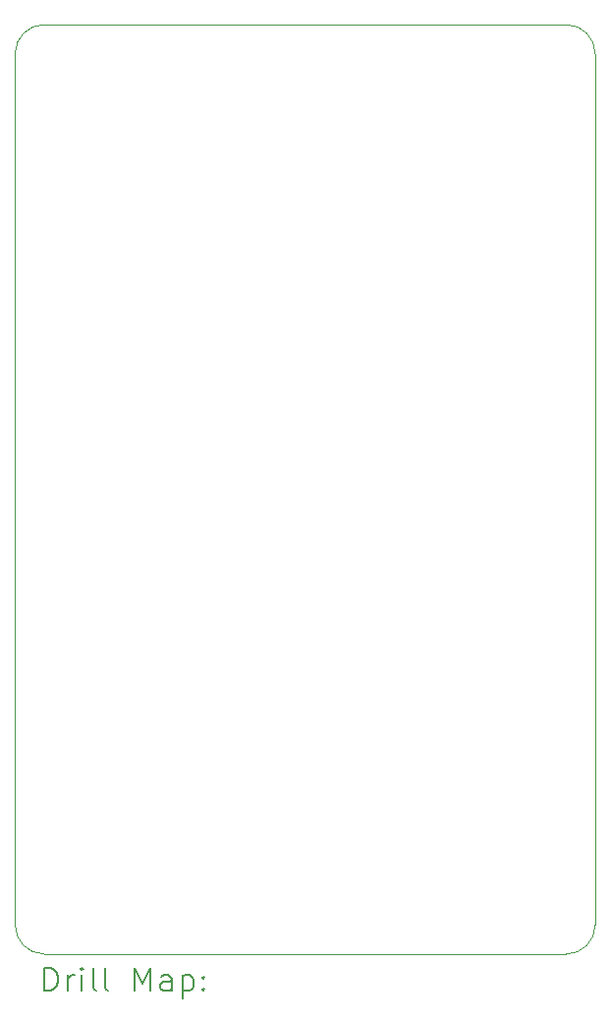
<source format=gbr>
%TF.GenerationSoftware,KiCad,Pcbnew,(6.0.8-1)-1*%
%TF.CreationDate,2023-01-21T16:38:30+01:00*%
%TF.ProjectId,hog-f1-stupdown-psu,686f672d-6631-42d7-9374-7570646f776e,rev?*%
%TF.SameCoordinates,Original*%
%TF.FileFunction,Drillmap*%
%TF.FilePolarity,Positive*%
%FSLAX45Y45*%
G04 Gerber Fmt 4.5, Leading zero omitted, Abs format (unit mm)*
G04 Created by KiCad (PCBNEW (6.0.8-1)-1) date 2023-01-21 16:38:30*
%MOMM*%
%LPD*%
G01*
G04 APERTURE LIST*
%ADD10C,0.100000*%
%ADD11C,0.200000*%
G04 APERTURE END LIST*
D10*
X12500000Y-14250000D02*
X17000000Y-14250000D01*
X12250000Y-6500000D02*
X12250000Y-14000000D01*
X12250000Y-14000000D02*
G75*
G03*
X12500000Y-14250000I250000J0D01*
G01*
X17000000Y-14250000D02*
G75*
G03*
X17250000Y-14000000I0J250000D01*
G01*
X17250000Y-6500000D02*
G75*
G03*
X17000000Y-6250000I-250000J0D01*
G01*
X12500000Y-6250000D02*
X17000000Y-6250000D01*
X17250000Y-14000000D02*
X17250000Y-6500000D01*
X12500000Y-6250000D02*
G75*
G03*
X12250000Y-6500000I0J-250000D01*
G01*
D11*
X12502619Y-14565476D02*
X12502619Y-14365476D01*
X12550238Y-14365476D01*
X12578809Y-14375000D01*
X12597857Y-14394048D01*
X12607381Y-14413095D01*
X12616905Y-14451190D01*
X12616905Y-14479762D01*
X12607381Y-14517857D01*
X12597857Y-14536905D01*
X12578809Y-14555952D01*
X12550238Y-14565476D01*
X12502619Y-14565476D01*
X12702619Y-14565476D02*
X12702619Y-14432143D01*
X12702619Y-14470238D02*
X12712143Y-14451190D01*
X12721667Y-14441667D01*
X12740714Y-14432143D01*
X12759762Y-14432143D01*
X12826428Y-14565476D02*
X12826428Y-14432143D01*
X12826428Y-14365476D02*
X12816905Y-14375000D01*
X12826428Y-14384524D01*
X12835952Y-14375000D01*
X12826428Y-14365476D01*
X12826428Y-14384524D01*
X12950238Y-14565476D02*
X12931190Y-14555952D01*
X12921667Y-14536905D01*
X12921667Y-14365476D01*
X13055000Y-14565476D02*
X13035952Y-14555952D01*
X13026428Y-14536905D01*
X13026428Y-14365476D01*
X13283571Y-14565476D02*
X13283571Y-14365476D01*
X13350238Y-14508333D01*
X13416905Y-14365476D01*
X13416905Y-14565476D01*
X13597857Y-14565476D02*
X13597857Y-14460714D01*
X13588333Y-14441667D01*
X13569286Y-14432143D01*
X13531190Y-14432143D01*
X13512143Y-14441667D01*
X13597857Y-14555952D02*
X13578809Y-14565476D01*
X13531190Y-14565476D01*
X13512143Y-14555952D01*
X13502619Y-14536905D01*
X13502619Y-14517857D01*
X13512143Y-14498809D01*
X13531190Y-14489286D01*
X13578809Y-14489286D01*
X13597857Y-14479762D01*
X13693095Y-14432143D02*
X13693095Y-14632143D01*
X13693095Y-14441667D02*
X13712143Y-14432143D01*
X13750238Y-14432143D01*
X13769286Y-14441667D01*
X13778809Y-14451190D01*
X13788333Y-14470238D01*
X13788333Y-14527381D01*
X13778809Y-14546428D01*
X13769286Y-14555952D01*
X13750238Y-14565476D01*
X13712143Y-14565476D01*
X13693095Y-14555952D01*
X13874048Y-14546428D02*
X13883571Y-14555952D01*
X13874048Y-14565476D01*
X13864524Y-14555952D01*
X13874048Y-14546428D01*
X13874048Y-14565476D01*
X13874048Y-14441667D02*
X13883571Y-14451190D01*
X13874048Y-14460714D01*
X13864524Y-14451190D01*
X13874048Y-14441667D01*
X13874048Y-14460714D01*
M02*

</source>
